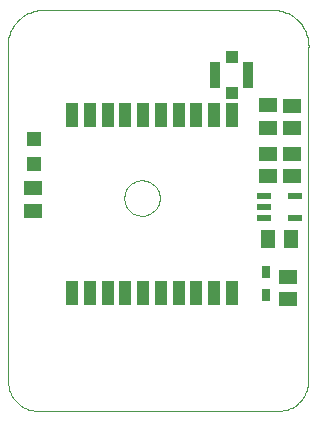
<source format=gtp>
G75*
%MOIN*%
%OFA0B0*%
%FSLAX24Y24*%
%IPPOS*%
%LPD*%
%AMOC8*
5,1,8,0,0,1.08239X$1,22.5*
%
%ADD10C,0.0000*%
%ADD11R,0.0394X0.0787*%
%ADD12R,0.0472X0.0217*%
%ADD13R,0.0472X0.0472*%
%ADD14R,0.0591X0.0512*%
%ADD15R,0.0512X0.0591*%
%ADD16R,0.0315X0.0394*%
%ADD17R,0.0335X0.0866*%
%ADD18R,0.0394X0.0413*%
D10*
X001756Y001447D02*
X001756Y012403D01*
X001746Y012471D01*
X001741Y012539D01*
X001739Y012607D01*
X001741Y012675D01*
X001747Y012743D01*
X001757Y012811D01*
X001770Y012878D01*
X001788Y012944D01*
X001809Y013009D01*
X001833Y013072D01*
X001861Y013134D01*
X001893Y013195D01*
X001928Y013254D01*
X001966Y013310D01*
X002007Y013365D01*
X002051Y013417D01*
X002098Y013466D01*
X002148Y013513D01*
X002200Y013557D01*
X002255Y013598D01*
X002312Y013635D01*
X002371Y013670D01*
X002431Y013701D01*
X002494Y013729D01*
X002558Y013753D01*
X002623Y013773D01*
X002689Y013790D01*
X002756Y013803D01*
X010756Y013803D01*
X010823Y013790D01*
X010889Y013773D01*
X010954Y013753D01*
X011018Y013729D01*
X011081Y013701D01*
X011141Y013670D01*
X011200Y013635D01*
X011257Y013598D01*
X011312Y013557D01*
X011364Y013513D01*
X011414Y013466D01*
X011461Y013417D01*
X011505Y013365D01*
X011546Y013310D01*
X011584Y013254D01*
X011619Y013195D01*
X011651Y013134D01*
X011679Y013072D01*
X011703Y013009D01*
X011724Y012944D01*
X011742Y012878D01*
X011755Y012811D01*
X011765Y012743D01*
X011771Y012675D01*
X011773Y012607D01*
X011771Y012539D01*
X011766Y012471D01*
X011756Y012403D01*
X011756Y001447D01*
X011754Y001387D01*
X011749Y001326D01*
X011740Y001267D01*
X011727Y001208D01*
X011711Y001149D01*
X011691Y001092D01*
X011668Y001037D01*
X011641Y000982D01*
X011612Y000930D01*
X011579Y000879D01*
X011543Y000830D01*
X011505Y000784D01*
X011463Y000740D01*
X011419Y000698D01*
X011373Y000660D01*
X011324Y000624D01*
X011273Y000591D01*
X011221Y000562D01*
X011166Y000535D01*
X011111Y000512D01*
X011054Y000492D01*
X010995Y000476D01*
X010936Y000463D01*
X010877Y000454D01*
X010816Y000449D01*
X010756Y000447D01*
X002756Y000447D01*
X002696Y000449D01*
X002635Y000454D01*
X002576Y000463D01*
X002517Y000476D01*
X002458Y000492D01*
X002401Y000512D01*
X002346Y000535D01*
X002291Y000562D01*
X002239Y000591D01*
X002188Y000624D01*
X002139Y000660D01*
X002093Y000698D01*
X002049Y000740D01*
X002007Y000784D01*
X001969Y000830D01*
X001933Y000879D01*
X001900Y000930D01*
X001871Y000982D01*
X001844Y001037D01*
X001821Y001092D01*
X001801Y001149D01*
X001785Y001208D01*
X001772Y001267D01*
X001763Y001326D01*
X001758Y001387D01*
X001756Y001447D01*
X005630Y007544D02*
X005632Y007592D01*
X005638Y007640D01*
X005648Y007687D01*
X005661Y007733D01*
X005679Y007778D01*
X005699Y007822D01*
X005724Y007864D01*
X005752Y007903D01*
X005782Y007940D01*
X005816Y007974D01*
X005853Y008006D01*
X005891Y008035D01*
X005932Y008060D01*
X005975Y008082D01*
X006020Y008100D01*
X006066Y008114D01*
X006113Y008125D01*
X006161Y008132D01*
X006209Y008135D01*
X006257Y008134D01*
X006305Y008129D01*
X006353Y008120D01*
X006399Y008108D01*
X006444Y008091D01*
X006488Y008071D01*
X006530Y008048D01*
X006570Y008021D01*
X006608Y007991D01*
X006643Y007958D01*
X006675Y007922D01*
X006705Y007884D01*
X006731Y007843D01*
X006753Y007800D01*
X006773Y007756D01*
X006788Y007711D01*
X006800Y007664D01*
X006808Y007616D01*
X006812Y007568D01*
X006812Y007520D01*
X006808Y007472D01*
X006800Y007424D01*
X006788Y007377D01*
X006773Y007332D01*
X006753Y007288D01*
X006731Y007245D01*
X006705Y007204D01*
X006675Y007166D01*
X006643Y007130D01*
X006608Y007097D01*
X006570Y007067D01*
X006530Y007040D01*
X006488Y007017D01*
X006444Y006997D01*
X006399Y006980D01*
X006353Y006968D01*
X006305Y006959D01*
X006257Y006954D01*
X006209Y006953D01*
X006161Y006956D01*
X006113Y006963D01*
X006066Y006974D01*
X006020Y006988D01*
X005975Y007006D01*
X005932Y007028D01*
X005891Y007053D01*
X005853Y007082D01*
X005816Y007114D01*
X005782Y007148D01*
X005752Y007185D01*
X005724Y007224D01*
X005699Y007266D01*
X005679Y007310D01*
X005661Y007355D01*
X005648Y007401D01*
X005638Y007448D01*
X005632Y007496D01*
X005630Y007544D01*
D11*
X005670Y010299D03*
X005080Y010299D03*
X004489Y010299D03*
X003899Y010299D03*
X006261Y010299D03*
X006851Y010299D03*
X007442Y010299D03*
X008032Y010299D03*
X008623Y010299D03*
X009214Y010299D03*
X009214Y004394D03*
X008623Y004394D03*
X008032Y004394D03*
X007442Y004394D03*
X006851Y004394D03*
X006261Y004394D03*
X005670Y004394D03*
X005080Y004394D03*
X004489Y004394D03*
X003899Y004394D03*
D12*
X010294Y006863D03*
X010294Y007237D03*
X010294Y007611D03*
X011318Y007611D03*
X011318Y006863D03*
D13*
X002616Y008683D03*
X002616Y009510D03*
D14*
X002597Y007871D03*
X002597Y007123D03*
X010406Y008263D03*
X010406Y009011D03*
X011206Y009011D03*
X011206Y008263D03*
X011206Y009863D03*
X010406Y009882D03*
X010406Y010630D03*
X011206Y010611D03*
X011097Y004921D03*
X011097Y004173D03*
D15*
X011180Y006187D03*
X010432Y006187D03*
D16*
X010356Y005090D03*
X010356Y004303D03*
D17*
X009747Y011647D03*
X008665Y011647D03*
D18*
X009206Y012247D03*
X009206Y011046D03*
M02*

</source>
